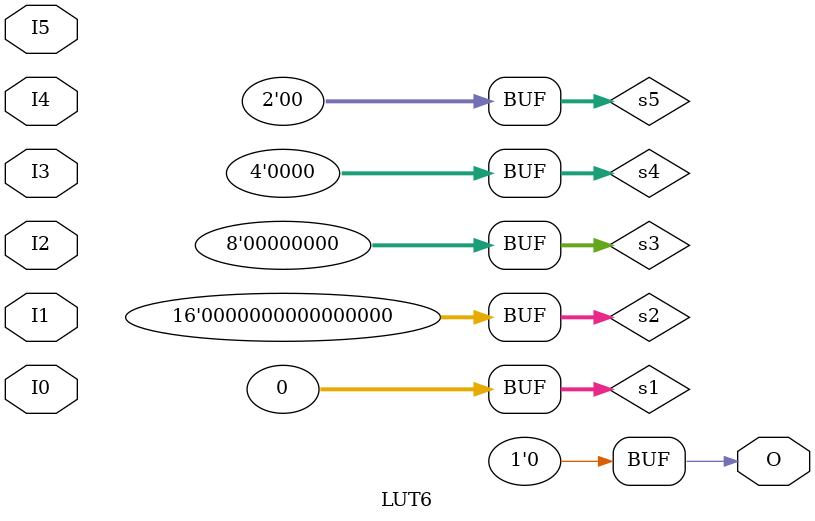
<source format=v>
module LUT6 #(
    parameter [63:0] INIT = 64'h0000000000000000
)(
    input  wire I0, // Select Stage 1
    input  wire I1, // Select Stage 2
    input  wire I2, // Select Stage 3
    input  wire I3, // Select Stage 4
    input  wire I4, // Select Stage 5
    input  wire I5, // Select Stage 6
    output wire O
);

    // Internal wires between MUX stages
    wire [31:0] s1;
    wire [15:0] s2;
    wire [7:0]  s3;
    wire [3:0]  s4;
    wire [1:0]  s5;

    // ---------------------------
    // STAGE 1: 64 -> 32
    // ---------------------------
    genvar i;
    generate
        for (i = 0; i < 32; i = i + 1) begin : gen_s1
            assign s1[i] = I0 ? INIT[2*i+1] : INIT[2*i];
        end
    endgenerate

    // ---------------------------
    // STAGE 2: 32 -> 16
    // ---------------------------
    generate
        for (i = 0; i < 16; i = i + 1) begin : gen_s2
            assign s2[i] = I1 ? s1[2*i+1] : s1[2*i];
        end
    endgenerate

    // ---------------------------
    // STAGE 3: 16 -> 8
    // ---------------------------
    generate
        for (i = 0; i < 8; i = i + 1) begin : gen_s3
            assign s3[i] = I2 ? s2[2*i+1] : s2[2*i];
        end
    endgenerate

    // ---------------------------
    // STAGE 4: 8 -> 4
    // ---------------------------
    generate
        for (i = 0; i < 4; i = i + 1) begin : gen_s4
            assign s4[i] = I3 ? s3[2*i+1] : s3[2*i];
        end
    endgenerate

    // ---------------------------
    // STAGE 5: 4 -> 2
    // ---------------------------
    generate
        for (i = 0; i < 2; i = i + 1) begin : gen_s5
            assign s5[i] = I4 ? s4[2*i+1] : s4[2*i];
        end
    endgenerate

    // ---------------------------
    // STAGE 6: 2 -> 1
    // ---------------------------
    assign O = I5 ? s5[1] : s5[0];

endmodule

</source>
